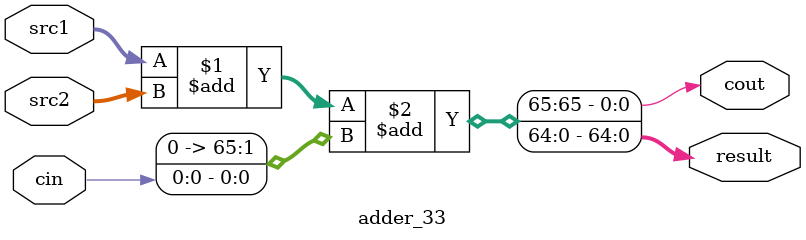
<source format=v>
module div(
  input                          clk           ,
  input                          reset         ,
  input  [63:0] x,
  input  [63:0] y,
  input         div_valid,
  input         div_signed,
  output reg    div_ready,
  output reg    out_valid,
  output [63:0] s,
  output [63:0] r

);
reg [127:0] dividend;
reg [63:0] divisor,qutient,remain;
reg running_r,divisor_s,dividend_s;
reg [6:0] count;
wire done,div_prepare;

//state transition
assign div_prepare = div_ready && div_valid;
assign done = running_r &&  count == 7'h40;
always @(posedge clk) begin
    if (reset  || out_valid) begin
        div_ready <= 1'b1;
    end
    else if (div_prepare) begin
        div_ready <= 1'b0;
    end 
end

always @(posedge clk) begin
    if (reset || done ) begin
        running_r <= 1'b0;
    end
    else if (div_prepare) begin
        running_r <= 1'b1;
    end 
end

always @(posedge clk) begin
    if (reset || out_valid ) begin
        out_valid <= 1'b0;
    end
    else if (done) begin
        out_valid <= 1'b1;
    end 
end
//signed bit
always @(posedge clk) begin
    if (reset) begin
        divisor_s <= 1'b0;
        dividend_s <= 1'b0;        
    end
    else if (div_prepare) begin
        divisor_s <= div_signed & y[63];
        dividend_s <= div_signed & x[63];
    end    
end
//iterative operation and correct
wire sub_cout;
wire [64:0] sub_result;
wire [63:0] qutient_correct,remain_correct;
wire [63:0] x_adder_result,y_adder_result,x_abs,y_abs;
wire [63:0] x_adder_src1,y_adder_src1;

assign x_adder_src1 = done ? dividend[127:64] : x;
assign y_adder_src1 = done ? qutient : y;


//signed <==> abs
adder_32 x_adder(
    .src1  (~x_adder_src1),
    .src2  ({64'b1}),
    .cin    (1'b0),
    .cout   (),
    .result (x_adder_result)
);
adder_32 y_adder(
    .src1  (~y_adder_src1),
    .src2  ({64'b1}),
    .cin    (1'b0),
    .cout   (),
    .result (y_adder_result)
);

// sub of iteration
adder_33 suber(
    .src1  (dividend[127:63]),
    .src2  ({1'b1,~divisor}),
    .cin    (1'b1),
    .cout   (sub_cout),
    .result (sub_result)
);
// Choose the abs of dividend and divisor
assign x_abs = div_signed & x[63] ? x_adder_result : x ;
assign y_abs = div_signed & y[63] ? y_adder_result : y ;

//Update dividend ,divisor and qutient
always @(posedge clk) begin
    if (div_prepare) begin
        dividend <= {64'b0,x_abs};
        divisor <= y_abs;
    end
    //iterate and shift left  << 1
    else if (running_r ) begin
       dividend <= sub_cout ? {sub_result[63:0],dividend[62:0],1'b0} : {dividend[126:0],1'b0};
    end
 
    
end
// counter
always @(posedge clk) begin
    if (reset || out_valid ) begin
        count <= 7'b0;
    end
    else if (running_r) begin
        count <= count +1'b1;
    end
    
end

//Correct result
wire qutient_need_correct,remain_need_correct;

assign remain_correct  = x_adder_result;
assign qutient_correct = y_adder_result;
assign qutient_need_correct = ~dividend_s & divisor_s | dividend_s & ~divisor_s;
assign remain_need_correct  = dividend_s;

always @(posedge clk ) begin
    if (done) begin
        remain  <= remain_need_correct  ? remain_correct  : dividend[127:64];
    end
   if (done) begin
        qutient <= qutient_need_correct ? qutient_correct : qutient;
    end 
    else if (running_r) begin
        qutient <= {qutient[62:0],sub_cout};
    end    
end
// finally result
assign s = qutient;
assign r = remain;



endmodule



module adder_32 (
    // 32-bit adder
    input [63:0] src1,
    input [63:0] src2,
    input        cin,
    output       cout,
    output [63:0] result
);
assign {cout, result} = src1 + src2 + {63'b0,cin};

endmodule
module adder_33 (
    // 33-bit adder
    input [64:0] src1,
    input [64:0] src2,
    input        cin,
    output       cout,
    output [64:0] result
);
assign {cout, result} = src1 + src2 + {64'b0,cin};
endmodule

</source>
